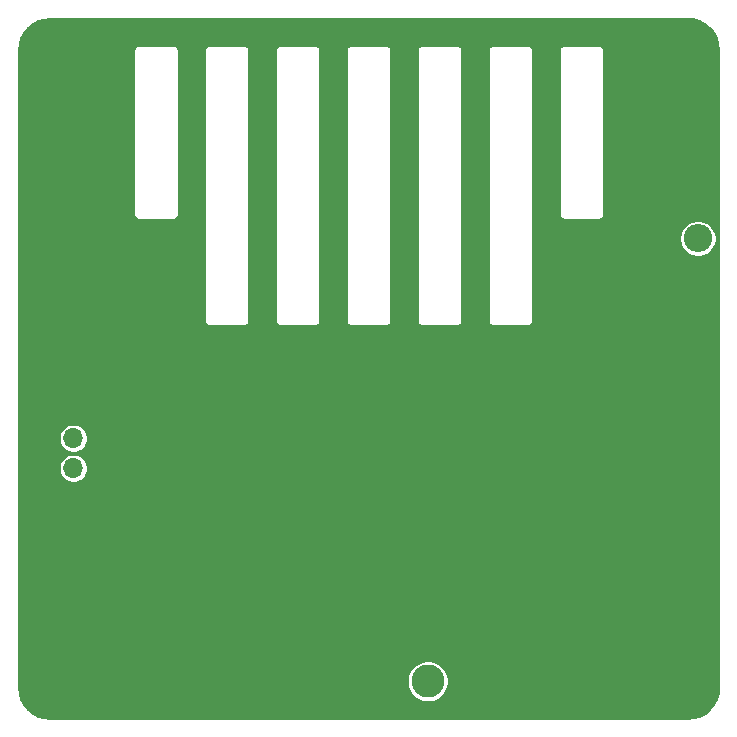
<source format=gbr>
%TF.GenerationSoftware,KiCad,Pcbnew,(5.1.6)-1*%
%TF.CreationDate,2022-02-05T23:25:30+08:00*%
%TF.ProjectId,brake_board,6272616b-655f-4626-9f61-72642e6b6963,rev?*%
%TF.SameCoordinates,Original*%
%TF.FileFunction,Copper,L2,Bot*%
%TF.FilePolarity,Positive*%
%FSLAX46Y46*%
G04 Gerber Fmt 4.6, Leading zero omitted, Abs format (unit mm)*
G04 Created by KiCad (PCBNEW (5.1.6)-1) date 2022-02-05 23:25:30*
%MOMM*%
%LPD*%
G01*
G04 APERTURE LIST*
%TA.AperFunction,ComponentPad*%
%ADD10C,2.800000*%
%TD*%
%TA.AperFunction,ComponentPad*%
%ADD11C,2.400000*%
%TD*%
%TA.AperFunction,ComponentPad*%
%ADD12O,2.400000X2.400000*%
%TD*%
%TA.AperFunction,ComponentPad*%
%ADD13R,1.700000X1.700000*%
%TD*%
%TA.AperFunction,ComponentPad*%
%ADD14O,1.700000X1.700000*%
%TD*%
%TA.AperFunction,ComponentPad*%
%ADD15C,6.400000*%
%TD*%
%TA.AperFunction,ComponentPad*%
%ADD16C,0.800000*%
%TD*%
%TA.AperFunction,ViaPad*%
%ADD17C,0.800000*%
%TD*%
%TA.AperFunction,Conductor*%
%ADD18C,0.254000*%
%TD*%
%ADD19C,0.350000*%
G04 APERTURE END LIST*
D10*
%TO.P,POS1,1*%
%TO.N,VBUS*%
X35000000Y3506000D03*
%TD*%
%TO.P,NEG1,1*%
%TO.N,GND*%
X25000000Y3506000D03*
%TD*%
D11*
%TO.P,R6,1*%
%TO.N,GND*%
X2000000Y41000000D03*
D12*
%TO.P,R6,2*%
%TO.N,Net-(C7-Pad2)*%
X57880000Y41000000D03*
%TD*%
D13*
%TO.P,J1,1*%
%TO.N,GND*%
X5000000Y19000000D03*
D14*
%TO.P,J1,2*%
%TO.N,+9V*%
X5000000Y21540000D03*
%TO.P,J1,3*%
%TO.N,Net-(J1-Pad3)*%
X5000000Y24080000D03*
%TD*%
D15*
%TO.P,H4,1*%
%TO.N,GND*%
X5000000Y55000000D03*
D16*
X7400000Y55000000D03*
X6697056Y53302944D03*
X5000000Y52600000D03*
X3302944Y53302944D03*
X2600000Y55000000D03*
X3302944Y56697056D03*
X5000000Y57400000D03*
X6697056Y56697056D03*
%TD*%
D15*
%TO.P,H3,1*%
%TO.N,GND*%
X55000000Y55000000D03*
D16*
X57400000Y55000000D03*
X56697056Y53302944D03*
X55000000Y52600000D03*
X53302944Y53302944D03*
X52600000Y55000000D03*
X53302944Y56697056D03*
X55000000Y57400000D03*
X56697056Y56697056D03*
%TD*%
D15*
%TO.P,H2,1*%
%TO.N,GND*%
X5000000Y5000000D03*
D16*
X7400000Y5000000D03*
X6697056Y3302944D03*
X5000000Y2600000D03*
X3302944Y3302944D03*
X2600000Y5000000D03*
X3302944Y6697056D03*
X5000000Y7400000D03*
X6697056Y6697056D03*
%TD*%
D15*
%TO.P,H1,1*%
%TO.N,GND*%
X55000000Y5000000D03*
D16*
X57400000Y5000000D03*
X56697056Y3302944D03*
X55000000Y2600000D03*
X53302944Y3302944D03*
X52600000Y5000000D03*
X53302944Y6697056D03*
X55000000Y7400000D03*
X56697056Y6697056D03*
%TD*%
D17*
%TO.N,GND*%
X40259000Y29845000D03*
X40259000Y28956000D03*
X40259000Y27051000D03*
X41402000Y28575000D03*
X41402000Y29591000D03*
X40259000Y27940000D03*
X41402000Y27559000D03*
X27686000Y11811000D03*
X26797000Y11811000D03*
X24003000Y10795000D03*
X24003000Y9906000D03*
X15875000Y10668000D03*
X15875000Y9525000D03*
X33528000Y10922000D03*
X33528000Y9652000D03*
X32131000Y10922000D03*
X32131000Y9652000D03*
X46990000Y22860000D03*
X46990000Y21590000D03*
X46990000Y20320000D03*
X46990000Y19050000D03*
X45720000Y19050000D03*
X45720000Y20320000D03*
X45720000Y21590000D03*
X45720000Y22860000D03*
X58420000Y22860000D03*
X58420000Y21590000D03*
X58420000Y20320000D03*
X58420000Y19050000D03*
X32004000Y19304000D03*
X32004000Y18288000D03*
X33528000Y18288000D03*
X33528000Y19304000D03*
X17780000Y21336000D03*
X17780000Y20320000D03*
X17780000Y19304000D03*
X16256000Y13716000D03*
X16256000Y12700000D03*
X58420000Y17780000D03*
X58420000Y16510000D03*
X58420000Y15240000D03*
X26797000Y24130000D03*
X25654000Y24130000D03*
%TD*%
D18*
%TO.N,GND*%
G36*
X57503463Y59542688D02*
G01*
X57987756Y59396471D01*
X58434422Y59158975D01*
X58826450Y58839245D01*
X59148907Y58449461D01*
X59389518Y58004460D01*
X59539111Y57521204D01*
X59594001Y56998965D01*
X59594001Y56998872D01*
X59594000Y3019854D01*
X59542688Y2496536D01*
X59396472Y2012244D01*
X59158975Y1565578D01*
X58839245Y1173550D01*
X58449458Y851090D01*
X58004460Y610482D01*
X57521205Y460889D01*
X56998971Y406000D01*
X3019854Y406000D01*
X2496536Y457312D01*
X2012244Y603528D01*
X1565578Y841025D01*
X1173550Y1160755D01*
X851090Y1550542D01*
X610482Y1995540D01*
X460889Y2478795D01*
X406000Y3001029D01*
X406000Y3681413D01*
X33219000Y3681413D01*
X33219000Y3330587D01*
X33287443Y2986502D01*
X33421699Y2662380D01*
X33616607Y2370679D01*
X33864679Y2122607D01*
X34156380Y1927699D01*
X34480502Y1793443D01*
X34824587Y1725000D01*
X35175413Y1725000D01*
X35519498Y1793443D01*
X35843620Y1927699D01*
X36135321Y2122607D01*
X36383393Y2370679D01*
X36578301Y2662380D01*
X36712557Y2986502D01*
X36781000Y3330587D01*
X36781000Y3681413D01*
X36712557Y4025498D01*
X36578301Y4349620D01*
X36383393Y4641321D01*
X36135321Y4889393D01*
X35843620Y5084301D01*
X35519498Y5218557D01*
X35175413Y5287000D01*
X34824587Y5287000D01*
X34480502Y5218557D01*
X34156380Y5084301D01*
X33864679Y4889393D01*
X33616607Y4641321D01*
X33421699Y4349620D01*
X33287443Y4025498D01*
X33219000Y3681413D01*
X406000Y3681413D01*
X406000Y21661243D01*
X3769000Y21661243D01*
X3769000Y21418757D01*
X3816307Y21180931D01*
X3909102Y20956903D01*
X4043820Y20755283D01*
X4215283Y20583820D01*
X4416903Y20449102D01*
X4640931Y20356307D01*
X4878757Y20309000D01*
X5121243Y20309000D01*
X5359069Y20356307D01*
X5583097Y20449102D01*
X5784717Y20583820D01*
X5956180Y20755283D01*
X6090898Y20956903D01*
X6183693Y21180931D01*
X6231000Y21418757D01*
X6231000Y21661243D01*
X6183693Y21899069D01*
X6090898Y22123097D01*
X5956180Y22324717D01*
X5784717Y22496180D01*
X5583097Y22630898D01*
X5359069Y22723693D01*
X5121243Y22771000D01*
X4878757Y22771000D01*
X4640931Y22723693D01*
X4416903Y22630898D01*
X4215283Y22496180D01*
X4043820Y22324717D01*
X3909102Y22123097D01*
X3816307Y21899069D01*
X3769000Y21661243D01*
X406000Y21661243D01*
X406000Y24201243D01*
X3769000Y24201243D01*
X3769000Y23958757D01*
X3816307Y23720931D01*
X3909102Y23496903D01*
X4043820Y23295283D01*
X4215283Y23123820D01*
X4416903Y22989102D01*
X4640931Y22896307D01*
X4878757Y22849000D01*
X5121243Y22849000D01*
X5359069Y22896307D01*
X5583097Y22989102D01*
X5784717Y23123820D01*
X5956180Y23295283D01*
X6090898Y23496903D01*
X6183693Y23720931D01*
X6231000Y23958757D01*
X6231000Y24201243D01*
X6183693Y24439069D01*
X6090898Y24663097D01*
X5956180Y24864717D01*
X5784717Y25036180D01*
X5583097Y25170898D01*
X5359069Y25263693D01*
X5121243Y25311000D01*
X4878757Y25311000D01*
X4640931Y25263693D01*
X4416903Y25170898D01*
X4215283Y25036180D01*
X4043820Y24864717D01*
X3909102Y24663097D01*
X3816307Y24439069D01*
X3769000Y24201243D01*
X406000Y24201243D01*
X406000Y56980146D01*
X407946Y57000000D01*
X10092036Y57000000D01*
X10094001Y56980049D01*
X10094000Y43019941D01*
X10092036Y43000000D01*
X10099875Y42920410D01*
X10123090Y42843879D01*
X10160790Y42773347D01*
X10211526Y42711526D01*
X10273347Y42660790D01*
X10343879Y42623090D01*
X10420410Y42599875D01*
X10500000Y42592036D01*
X10519940Y42594000D01*
X13480060Y42594000D01*
X13500000Y42592036D01*
X13579590Y42599875D01*
X13656121Y42623090D01*
X13726653Y42660790D01*
X13788474Y42711526D01*
X13839210Y42773347D01*
X13876910Y42843879D01*
X13900125Y42920410D01*
X13906000Y42980059D01*
X13906000Y42980060D01*
X13907964Y43000000D01*
X13906000Y43019941D01*
X13906000Y56980059D01*
X13907964Y57000000D01*
X16092036Y57000000D01*
X16094001Y56980049D01*
X16094000Y34019941D01*
X16092036Y34000000D01*
X16099875Y33920410D01*
X16123090Y33843879D01*
X16160790Y33773347D01*
X16211526Y33711526D01*
X16273347Y33660790D01*
X16343879Y33623090D01*
X16420410Y33599875D01*
X16500000Y33592036D01*
X16519940Y33594000D01*
X19480060Y33594000D01*
X19500000Y33592036D01*
X19579590Y33599875D01*
X19656121Y33623090D01*
X19726653Y33660790D01*
X19788474Y33711526D01*
X19839210Y33773347D01*
X19876910Y33843879D01*
X19900125Y33920410D01*
X19906000Y33980059D01*
X19906000Y33980060D01*
X19907964Y34000000D01*
X19906000Y34019941D01*
X19906000Y56980059D01*
X19907964Y57000000D01*
X22092036Y57000000D01*
X22094001Y56980049D01*
X22094000Y34019941D01*
X22092036Y34000000D01*
X22099875Y33920410D01*
X22123090Y33843879D01*
X22160790Y33773347D01*
X22211526Y33711526D01*
X22273347Y33660790D01*
X22343879Y33623090D01*
X22420410Y33599875D01*
X22500000Y33592036D01*
X22519940Y33594000D01*
X25480060Y33594000D01*
X25500000Y33592036D01*
X25579590Y33599875D01*
X25656121Y33623090D01*
X25726653Y33660790D01*
X25788474Y33711526D01*
X25839210Y33773347D01*
X25876910Y33843879D01*
X25900125Y33920410D01*
X25906000Y33980059D01*
X25906000Y33980060D01*
X25907964Y34000000D01*
X25906000Y34019941D01*
X25906000Y56980059D01*
X25907964Y57000000D01*
X28092036Y57000000D01*
X28094001Y56980049D01*
X28094000Y34019941D01*
X28092036Y34000000D01*
X28099875Y33920410D01*
X28123090Y33843879D01*
X28160790Y33773347D01*
X28211526Y33711526D01*
X28273347Y33660790D01*
X28343879Y33623090D01*
X28420410Y33599875D01*
X28500000Y33592036D01*
X28519940Y33594000D01*
X31480060Y33594000D01*
X31500000Y33592036D01*
X31579590Y33599875D01*
X31656121Y33623090D01*
X31726653Y33660790D01*
X31788474Y33711526D01*
X31839210Y33773347D01*
X31876910Y33843879D01*
X31900125Y33920410D01*
X31906000Y33980059D01*
X31906000Y33980060D01*
X31907964Y34000000D01*
X31906000Y34019941D01*
X31906000Y56980059D01*
X31907964Y57000000D01*
X34092036Y57000000D01*
X34094001Y56980049D01*
X34094000Y34019941D01*
X34092036Y34000000D01*
X34099875Y33920410D01*
X34123090Y33843879D01*
X34160790Y33773347D01*
X34211526Y33711526D01*
X34273347Y33660790D01*
X34343879Y33623090D01*
X34420410Y33599875D01*
X34500000Y33592036D01*
X34519940Y33594000D01*
X37480060Y33594000D01*
X37500000Y33592036D01*
X37579590Y33599875D01*
X37656121Y33623090D01*
X37726653Y33660790D01*
X37788474Y33711526D01*
X37839210Y33773347D01*
X37876910Y33843879D01*
X37900125Y33920410D01*
X37906000Y33980059D01*
X37906000Y33980060D01*
X37907964Y34000000D01*
X37906000Y34019941D01*
X37906000Y56980059D01*
X37907964Y57000000D01*
X40092036Y57000000D01*
X40094001Y56980049D01*
X40094000Y34019941D01*
X40092036Y34000000D01*
X40099875Y33920410D01*
X40123090Y33843879D01*
X40160790Y33773347D01*
X40211526Y33711526D01*
X40273347Y33660790D01*
X40343879Y33623090D01*
X40420410Y33599875D01*
X40500000Y33592036D01*
X40519940Y33594000D01*
X43480060Y33594000D01*
X43500000Y33592036D01*
X43579590Y33599875D01*
X43656121Y33623090D01*
X43726653Y33660790D01*
X43788474Y33711526D01*
X43839210Y33773347D01*
X43876910Y33843879D01*
X43900125Y33920410D01*
X43906000Y33980059D01*
X43906000Y33980060D01*
X43907964Y34000000D01*
X43906000Y34019941D01*
X43906000Y41155715D01*
X56299000Y41155715D01*
X56299000Y40844285D01*
X56359757Y40538839D01*
X56478936Y40251116D01*
X56651957Y39992171D01*
X56872171Y39771957D01*
X57131116Y39598936D01*
X57418839Y39479757D01*
X57724285Y39419000D01*
X58035715Y39419000D01*
X58341161Y39479757D01*
X58628884Y39598936D01*
X58887829Y39771957D01*
X59108043Y39992171D01*
X59281064Y40251116D01*
X59400243Y40538839D01*
X59461000Y40844285D01*
X59461000Y41155715D01*
X59400243Y41461161D01*
X59281064Y41748884D01*
X59108043Y42007829D01*
X58887829Y42228043D01*
X58628884Y42401064D01*
X58341161Y42520243D01*
X58035715Y42581000D01*
X57724285Y42581000D01*
X57418839Y42520243D01*
X57131116Y42401064D01*
X56872171Y42228043D01*
X56651957Y42007829D01*
X56478936Y41748884D01*
X56359757Y41461161D01*
X56299000Y41155715D01*
X43906000Y41155715D01*
X43906000Y56980059D01*
X43907964Y57000000D01*
X46092036Y57000000D01*
X46094001Y56980049D01*
X46094000Y43019941D01*
X46092036Y43000000D01*
X46099875Y42920410D01*
X46123090Y42843879D01*
X46160790Y42773347D01*
X46211526Y42711526D01*
X46273347Y42660790D01*
X46343879Y42623090D01*
X46420410Y42599875D01*
X46500000Y42592036D01*
X46519940Y42594000D01*
X49480060Y42594000D01*
X49500000Y42592036D01*
X49579590Y42599875D01*
X49656121Y42623090D01*
X49726653Y42660790D01*
X49788474Y42711526D01*
X49839210Y42773347D01*
X49876910Y42843879D01*
X49900125Y42920410D01*
X49906000Y42980059D01*
X49906000Y42980060D01*
X49907964Y43000000D01*
X49906000Y43019941D01*
X49906000Y56980059D01*
X49907964Y57000000D01*
X49900125Y57079590D01*
X49876910Y57156121D01*
X49839210Y57226653D01*
X49788474Y57288474D01*
X49726653Y57339210D01*
X49656121Y57376910D01*
X49579590Y57400125D01*
X49519941Y57406000D01*
X49519940Y57406000D01*
X49500000Y57407964D01*
X49480059Y57406000D01*
X46519941Y57406000D01*
X46500000Y57407964D01*
X46480060Y57406000D01*
X46480059Y57406000D01*
X46420410Y57400125D01*
X46343879Y57376910D01*
X46273347Y57339210D01*
X46211526Y57288474D01*
X46160790Y57226653D01*
X46123090Y57156121D01*
X46099875Y57079590D01*
X46092036Y57000000D01*
X43907964Y57000000D01*
X43900125Y57079590D01*
X43876910Y57156121D01*
X43839210Y57226653D01*
X43788474Y57288474D01*
X43726653Y57339210D01*
X43656121Y57376910D01*
X43579590Y57400125D01*
X43519941Y57406000D01*
X43519940Y57406000D01*
X43500000Y57407964D01*
X43480059Y57406000D01*
X40519941Y57406000D01*
X40500000Y57407964D01*
X40480060Y57406000D01*
X40480059Y57406000D01*
X40420410Y57400125D01*
X40343879Y57376910D01*
X40273347Y57339210D01*
X40211526Y57288474D01*
X40160790Y57226653D01*
X40123090Y57156121D01*
X40099875Y57079590D01*
X40092036Y57000000D01*
X37907964Y57000000D01*
X37900125Y57079590D01*
X37876910Y57156121D01*
X37839210Y57226653D01*
X37788474Y57288474D01*
X37726653Y57339210D01*
X37656121Y57376910D01*
X37579590Y57400125D01*
X37519941Y57406000D01*
X37519940Y57406000D01*
X37500000Y57407964D01*
X37480059Y57406000D01*
X34519941Y57406000D01*
X34500000Y57407964D01*
X34480060Y57406000D01*
X34480059Y57406000D01*
X34420410Y57400125D01*
X34343879Y57376910D01*
X34273347Y57339210D01*
X34211526Y57288474D01*
X34160790Y57226653D01*
X34123090Y57156121D01*
X34099875Y57079590D01*
X34092036Y57000000D01*
X31907964Y57000000D01*
X31900125Y57079590D01*
X31876910Y57156121D01*
X31839210Y57226653D01*
X31788474Y57288474D01*
X31726653Y57339210D01*
X31656121Y57376910D01*
X31579590Y57400125D01*
X31519941Y57406000D01*
X31519940Y57406000D01*
X31500000Y57407964D01*
X31480059Y57406000D01*
X28519941Y57406000D01*
X28500000Y57407964D01*
X28480060Y57406000D01*
X28480059Y57406000D01*
X28420410Y57400125D01*
X28343879Y57376910D01*
X28273347Y57339210D01*
X28211526Y57288474D01*
X28160790Y57226653D01*
X28123090Y57156121D01*
X28099875Y57079590D01*
X28092036Y57000000D01*
X25907964Y57000000D01*
X25900125Y57079590D01*
X25876910Y57156121D01*
X25839210Y57226653D01*
X25788474Y57288474D01*
X25726653Y57339210D01*
X25656121Y57376910D01*
X25579590Y57400125D01*
X25519941Y57406000D01*
X25519940Y57406000D01*
X25500000Y57407964D01*
X25480059Y57406000D01*
X22519941Y57406000D01*
X22500000Y57407964D01*
X22480060Y57406000D01*
X22480059Y57406000D01*
X22420410Y57400125D01*
X22343879Y57376910D01*
X22273347Y57339210D01*
X22211526Y57288474D01*
X22160790Y57226653D01*
X22123090Y57156121D01*
X22099875Y57079590D01*
X22092036Y57000000D01*
X19907964Y57000000D01*
X19900125Y57079590D01*
X19876910Y57156121D01*
X19839210Y57226653D01*
X19788474Y57288474D01*
X19726653Y57339210D01*
X19656121Y57376910D01*
X19579590Y57400125D01*
X19519941Y57406000D01*
X19519940Y57406000D01*
X19500000Y57407964D01*
X19480059Y57406000D01*
X16519941Y57406000D01*
X16500000Y57407964D01*
X16480060Y57406000D01*
X16480059Y57406000D01*
X16420410Y57400125D01*
X16343879Y57376910D01*
X16273347Y57339210D01*
X16211526Y57288474D01*
X16160790Y57226653D01*
X16123090Y57156121D01*
X16099875Y57079590D01*
X16092036Y57000000D01*
X13907964Y57000000D01*
X13900125Y57079590D01*
X13876910Y57156121D01*
X13839210Y57226653D01*
X13788474Y57288474D01*
X13726653Y57339210D01*
X13656121Y57376910D01*
X13579590Y57400125D01*
X13519941Y57406000D01*
X13519940Y57406000D01*
X13500000Y57407964D01*
X13480059Y57406000D01*
X10519941Y57406000D01*
X10500000Y57407964D01*
X10480060Y57406000D01*
X10480059Y57406000D01*
X10420410Y57400125D01*
X10343879Y57376910D01*
X10273347Y57339210D01*
X10211526Y57288474D01*
X10160790Y57226653D01*
X10123090Y57156121D01*
X10099875Y57079590D01*
X10092036Y57000000D01*
X407946Y57000000D01*
X457312Y57503463D01*
X603529Y57987756D01*
X841025Y58434422D01*
X1160755Y58826450D01*
X1550539Y59148907D01*
X1995540Y59389518D01*
X2478796Y59539111D01*
X3001029Y59594000D01*
X56980146Y59594000D01*
X57503463Y59542688D01*
G37*
X57503463Y59542688D02*
X57987756Y59396471D01*
X58434422Y59158975D01*
X58826450Y58839245D01*
X59148907Y58449461D01*
X59389518Y58004460D01*
X59539111Y57521204D01*
X59594001Y56998965D01*
X59594001Y56998872D01*
X59594000Y3019854D01*
X59542688Y2496536D01*
X59396472Y2012244D01*
X59158975Y1565578D01*
X58839245Y1173550D01*
X58449458Y851090D01*
X58004460Y610482D01*
X57521205Y460889D01*
X56998971Y406000D01*
X3019854Y406000D01*
X2496536Y457312D01*
X2012244Y603528D01*
X1565578Y841025D01*
X1173550Y1160755D01*
X851090Y1550542D01*
X610482Y1995540D01*
X460889Y2478795D01*
X406000Y3001029D01*
X406000Y3681413D01*
X33219000Y3681413D01*
X33219000Y3330587D01*
X33287443Y2986502D01*
X33421699Y2662380D01*
X33616607Y2370679D01*
X33864679Y2122607D01*
X34156380Y1927699D01*
X34480502Y1793443D01*
X34824587Y1725000D01*
X35175413Y1725000D01*
X35519498Y1793443D01*
X35843620Y1927699D01*
X36135321Y2122607D01*
X36383393Y2370679D01*
X36578301Y2662380D01*
X36712557Y2986502D01*
X36781000Y3330587D01*
X36781000Y3681413D01*
X36712557Y4025498D01*
X36578301Y4349620D01*
X36383393Y4641321D01*
X36135321Y4889393D01*
X35843620Y5084301D01*
X35519498Y5218557D01*
X35175413Y5287000D01*
X34824587Y5287000D01*
X34480502Y5218557D01*
X34156380Y5084301D01*
X33864679Y4889393D01*
X33616607Y4641321D01*
X33421699Y4349620D01*
X33287443Y4025498D01*
X33219000Y3681413D01*
X406000Y3681413D01*
X406000Y21661243D01*
X3769000Y21661243D01*
X3769000Y21418757D01*
X3816307Y21180931D01*
X3909102Y20956903D01*
X4043820Y20755283D01*
X4215283Y20583820D01*
X4416903Y20449102D01*
X4640931Y20356307D01*
X4878757Y20309000D01*
X5121243Y20309000D01*
X5359069Y20356307D01*
X5583097Y20449102D01*
X5784717Y20583820D01*
X5956180Y20755283D01*
X6090898Y20956903D01*
X6183693Y21180931D01*
X6231000Y21418757D01*
X6231000Y21661243D01*
X6183693Y21899069D01*
X6090898Y22123097D01*
X5956180Y22324717D01*
X5784717Y22496180D01*
X5583097Y22630898D01*
X5359069Y22723693D01*
X5121243Y22771000D01*
X4878757Y22771000D01*
X4640931Y22723693D01*
X4416903Y22630898D01*
X4215283Y22496180D01*
X4043820Y22324717D01*
X3909102Y22123097D01*
X3816307Y21899069D01*
X3769000Y21661243D01*
X406000Y21661243D01*
X406000Y24201243D01*
X3769000Y24201243D01*
X3769000Y23958757D01*
X3816307Y23720931D01*
X3909102Y23496903D01*
X4043820Y23295283D01*
X4215283Y23123820D01*
X4416903Y22989102D01*
X4640931Y22896307D01*
X4878757Y22849000D01*
X5121243Y22849000D01*
X5359069Y22896307D01*
X5583097Y22989102D01*
X5784717Y23123820D01*
X5956180Y23295283D01*
X6090898Y23496903D01*
X6183693Y23720931D01*
X6231000Y23958757D01*
X6231000Y24201243D01*
X6183693Y24439069D01*
X6090898Y24663097D01*
X5956180Y24864717D01*
X5784717Y25036180D01*
X5583097Y25170898D01*
X5359069Y25263693D01*
X5121243Y25311000D01*
X4878757Y25311000D01*
X4640931Y25263693D01*
X4416903Y25170898D01*
X4215283Y25036180D01*
X4043820Y24864717D01*
X3909102Y24663097D01*
X3816307Y24439069D01*
X3769000Y24201243D01*
X406000Y24201243D01*
X406000Y56980146D01*
X407946Y57000000D01*
X10092036Y57000000D01*
X10094001Y56980049D01*
X10094000Y43019941D01*
X10092036Y43000000D01*
X10099875Y42920410D01*
X10123090Y42843879D01*
X10160790Y42773347D01*
X10211526Y42711526D01*
X10273347Y42660790D01*
X10343879Y42623090D01*
X10420410Y42599875D01*
X10500000Y42592036D01*
X10519940Y42594000D01*
X13480060Y42594000D01*
X13500000Y42592036D01*
X13579590Y42599875D01*
X13656121Y42623090D01*
X13726653Y42660790D01*
X13788474Y42711526D01*
X13839210Y42773347D01*
X13876910Y42843879D01*
X13900125Y42920410D01*
X13906000Y42980059D01*
X13906000Y42980060D01*
X13907964Y43000000D01*
X13906000Y43019941D01*
X13906000Y56980059D01*
X13907964Y57000000D01*
X16092036Y57000000D01*
X16094001Y56980049D01*
X16094000Y34019941D01*
X16092036Y34000000D01*
X16099875Y33920410D01*
X16123090Y33843879D01*
X16160790Y33773347D01*
X16211526Y33711526D01*
X16273347Y33660790D01*
X16343879Y33623090D01*
X16420410Y33599875D01*
X16500000Y33592036D01*
X16519940Y33594000D01*
X19480060Y33594000D01*
X19500000Y33592036D01*
X19579590Y33599875D01*
X19656121Y33623090D01*
X19726653Y33660790D01*
X19788474Y33711526D01*
X19839210Y33773347D01*
X19876910Y33843879D01*
X19900125Y33920410D01*
X19906000Y33980059D01*
X19906000Y33980060D01*
X19907964Y34000000D01*
X19906000Y34019941D01*
X19906000Y56980059D01*
X19907964Y57000000D01*
X22092036Y57000000D01*
X22094001Y56980049D01*
X22094000Y34019941D01*
X22092036Y34000000D01*
X22099875Y33920410D01*
X22123090Y33843879D01*
X22160790Y33773347D01*
X22211526Y33711526D01*
X22273347Y33660790D01*
X22343879Y33623090D01*
X22420410Y33599875D01*
X22500000Y33592036D01*
X22519940Y33594000D01*
X25480060Y33594000D01*
X25500000Y33592036D01*
X25579590Y33599875D01*
X25656121Y33623090D01*
X25726653Y33660790D01*
X25788474Y33711526D01*
X25839210Y33773347D01*
X25876910Y33843879D01*
X25900125Y33920410D01*
X25906000Y33980059D01*
X25906000Y33980060D01*
X25907964Y34000000D01*
X25906000Y34019941D01*
X25906000Y56980059D01*
X25907964Y57000000D01*
X28092036Y57000000D01*
X28094001Y56980049D01*
X28094000Y34019941D01*
X28092036Y34000000D01*
X28099875Y33920410D01*
X28123090Y33843879D01*
X28160790Y33773347D01*
X28211526Y33711526D01*
X28273347Y33660790D01*
X28343879Y33623090D01*
X28420410Y33599875D01*
X28500000Y33592036D01*
X28519940Y33594000D01*
X31480060Y33594000D01*
X31500000Y33592036D01*
X31579590Y33599875D01*
X31656121Y33623090D01*
X31726653Y33660790D01*
X31788474Y33711526D01*
X31839210Y33773347D01*
X31876910Y33843879D01*
X31900125Y33920410D01*
X31906000Y33980059D01*
X31906000Y33980060D01*
X31907964Y34000000D01*
X31906000Y34019941D01*
X31906000Y56980059D01*
X31907964Y57000000D01*
X34092036Y57000000D01*
X34094001Y56980049D01*
X34094000Y34019941D01*
X34092036Y34000000D01*
X34099875Y33920410D01*
X34123090Y33843879D01*
X34160790Y33773347D01*
X34211526Y33711526D01*
X34273347Y33660790D01*
X34343879Y33623090D01*
X34420410Y33599875D01*
X34500000Y33592036D01*
X34519940Y33594000D01*
X37480060Y33594000D01*
X37500000Y33592036D01*
X37579590Y33599875D01*
X37656121Y33623090D01*
X37726653Y33660790D01*
X37788474Y33711526D01*
X37839210Y33773347D01*
X37876910Y33843879D01*
X37900125Y33920410D01*
X37906000Y33980059D01*
X37906000Y33980060D01*
X37907964Y34000000D01*
X37906000Y34019941D01*
X37906000Y56980059D01*
X37907964Y57000000D01*
X40092036Y57000000D01*
X40094001Y56980049D01*
X40094000Y34019941D01*
X40092036Y34000000D01*
X40099875Y33920410D01*
X40123090Y33843879D01*
X40160790Y33773347D01*
X40211526Y33711526D01*
X40273347Y33660790D01*
X40343879Y33623090D01*
X40420410Y33599875D01*
X40500000Y33592036D01*
X40519940Y33594000D01*
X43480060Y33594000D01*
X43500000Y33592036D01*
X43579590Y33599875D01*
X43656121Y33623090D01*
X43726653Y33660790D01*
X43788474Y33711526D01*
X43839210Y33773347D01*
X43876910Y33843879D01*
X43900125Y33920410D01*
X43906000Y33980059D01*
X43906000Y33980060D01*
X43907964Y34000000D01*
X43906000Y34019941D01*
X43906000Y41155715D01*
X56299000Y41155715D01*
X56299000Y40844285D01*
X56359757Y40538839D01*
X56478936Y40251116D01*
X56651957Y39992171D01*
X56872171Y39771957D01*
X57131116Y39598936D01*
X57418839Y39479757D01*
X57724285Y39419000D01*
X58035715Y39419000D01*
X58341161Y39479757D01*
X58628884Y39598936D01*
X58887829Y39771957D01*
X59108043Y39992171D01*
X59281064Y40251116D01*
X59400243Y40538839D01*
X59461000Y40844285D01*
X59461000Y41155715D01*
X59400243Y41461161D01*
X59281064Y41748884D01*
X59108043Y42007829D01*
X58887829Y42228043D01*
X58628884Y42401064D01*
X58341161Y42520243D01*
X58035715Y42581000D01*
X57724285Y42581000D01*
X57418839Y42520243D01*
X57131116Y42401064D01*
X56872171Y42228043D01*
X56651957Y42007829D01*
X56478936Y41748884D01*
X56359757Y41461161D01*
X56299000Y41155715D01*
X43906000Y41155715D01*
X43906000Y56980059D01*
X43907964Y57000000D01*
X46092036Y57000000D01*
X46094001Y56980049D01*
X46094000Y43019941D01*
X46092036Y43000000D01*
X46099875Y42920410D01*
X46123090Y42843879D01*
X46160790Y42773347D01*
X46211526Y42711526D01*
X46273347Y42660790D01*
X46343879Y42623090D01*
X46420410Y42599875D01*
X46500000Y42592036D01*
X46519940Y42594000D01*
X49480060Y42594000D01*
X49500000Y42592036D01*
X49579590Y42599875D01*
X49656121Y42623090D01*
X49726653Y42660790D01*
X49788474Y42711526D01*
X49839210Y42773347D01*
X49876910Y42843879D01*
X49900125Y42920410D01*
X49906000Y42980059D01*
X49906000Y42980060D01*
X49907964Y43000000D01*
X49906000Y43019941D01*
X49906000Y56980059D01*
X49907964Y57000000D01*
X49900125Y57079590D01*
X49876910Y57156121D01*
X49839210Y57226653D01*
X49788474Y57288474D01*
X49726653Y57339210D01*
X49656121Y57376910D01*
X49579590Y57400125D01*
X49519941Y57406000D01*
X49519940Y57406000D01*
X49500000Y57407964D01*
X49480059Y57406000D01*
X46519941Y57406000D01*
X46500000Y57407964D01*
X46480060Y57406000D01*
X46480059Y57406000D01*
X46420410Y57400125D01*
X46343879Y57376910D01*
X46273347Y57339210D01*
X46211526Y57288474D01*
X46160790Y57226653D01*
X46123090Y57156121D01*
X46099875Y57079590D01*
X46092036Y57000000D01*
X43907964Y57000000D01*
X43900125Y57079590D01*
X43876910Y57156121D01*
X43839210Y57226653D01*
X43788474Y57288474D01*
X43726653Y57339210D01*
X43656121Y57376910D01*
X43579590Y57400125D01*
X43519941Y57406000D01*
X43519940Y57406000D01*
X43500000Y57407964D01*
X43480059Y57406000D01*
X40519941Y57406000D01*
X40500000Y57407964D01*
X40480060Y57406000D01*
X40480059Y57406000D01*
X40420410Y57400125D01*
X40343879Y57376910D01*
X40273347Y57339210D01*
X40211526Y57288474D01*
X40160790Y57226653D01*
X40123090Y57156121D01*
X40099875Y57079590D01*
X40092036Y57000000D01*
X37907964Y57000000D01*
X37900125Y57079590D01*
X37876910Y57156121D01*
X37839210Y57226653D01*
X37788474Y57288474D01*
X37726653Y57339210D01*
X37656121Y57376910D01*
X37579590Y57400125D01*
X37519941Y57406000D01*
X37519940Y57406000D01*
X37500000Y57407964D01*
X37480059Y57406000D01*
X34519941Y57406000D01*
X34500000Y57407964D01*
X34480060Y57406000D01*
X34480059Y57406000D01*
X34420410Y57400125D01*
X34343879Y57376910D01*
X34273347Y57339210D01*
X34211526Y57288474D01*
X34160790Y57226653D01*
X34123090Y57156121D01*
X34099875Y57079590D01*
X34092036Y57000000D01*
X31907964Y57000000D01*
X31900125Y57079590D01*
X31876910Y57156121D01*
X31839210Y57226653D01*
X31788474Y57288474D01*
X31726653Y57339210D01*
X31656121Y57376910D01*
X31579590Y57400125D01*
X31519941Y57406000D01*
X31519940Y57406000D01*
X31500000Y57407964D01*
X31480059Y57406000D01*
X28519941Y57406000D01*
X28500000Y57407964D01*
X28480060Y57406000D01*
X28480059Y57406000D01*
X28420410Y57400125D01*
X28343879Y57376910D01*
X28273347Y57339210D01*
X28211526Y57288474D01*
X28160790Y57226653D01*
X28123090Y57156121D01*
X28099875Y57079590D01*
X28092036Y57000000D01*
X25907964Y57000000D01*
X25900125Y57079590D01*
X25876910Y57156121D01*
X25839210Y57226653D01*
X25788474Y57288474D01*
X25726653Y57339210D01*
X25656121Y57376910D01*
X25579590Y57400125D01*
X25519941Y57406000D01*
X25519940Y57406000D01*
X25500000Y57407964D01*
X25480059Y57406000D01*
X22519941Y57406000D01*
X22500000Y57407964D01*
X22480060Y57406000D01*
X22480059Y57406000D01*
X22420410Y57400125D01*
X22343879Y57376910D01*
X22273347Y57339210D01*
X22211526Y57288474D01*
X22160790Y57226653D01*
X22123090Y57156121D01*
X22099875Y57079590D01*
X22092036Y57000000D01*
X19907964Y57000000D01*
X19900125Y57079590D01*
X19876910Y57156121D01*
X19839210Y57226653D01*
X19788474Y57288474D01*
X19726653Y57339210D01*
X19656121Y57376910D01*
X19579590Y57400125D01*
X19519941Y57406000D01*
X19519940Y57406000D01*
X19500000Y57407964D01*
X19480059Y57406000D01*
X16519941Y57406000D01*
X16500000Y57407964D01*
X16480060Y57406000D01*
X16480059Y57406000D01*
X16420410Y57400125D01*
X16343879Y57376910D01*
X16273347Y57339210D01*
X16211526Y57288474D01*
X16160790Y57226653D01*
X16123090Y57156121D01*
X16099875Y57079590D01*
X16092036Y57000000D01*
X13907964Y57000000D01*
X13900125Y57079590D01*
X13876910Y57156121D01*
X13839210Y57226653D01*
X13788474Y57288474D01*
X13726653Y57339210D01*
X13656121Y57376910D01*
X13579590Y57400125D01*
X13519941Y57406000D01*
X13519940Y57406000D01*
X13500000Y57407964D01*
X13480059Y57406000D01*
X10519941Y57406000D01*
X10500000Y57407964D01*
X10480060Y57406000D01*
X10480059Y57406000D01*
X10420410Y57400125D01*
X10343879Y57376910D01*
X10273347Y57339210D01*
X10211526Y57288474D01*
X10160790Y57226653D01*
X10123090Y57156121D01*
X10099875Y57079590D01*
X10092036Y57000000D01*
X407946Y57000000D01*
X457312Y57503463D01*
X603529Y57987756D01*
X841025Y58434422D01*
X1160755Y58826450D01*
X1550539Y59148907D01*
X1995540Y59389518D01*
X2478796Y59539111D01*
X3001029Y59594000D01*
X56980146Y59594000D01*
X57503463Y59542688D01*
%TD*%
D19*
X40259000Y29845000D03*
X40259000Y28956000D03*
X40259000Y27051000D03*
X41402000Y28575000D03*
X41402000Y29591000D03*
X40259000Y27940000D03*
X41402000Y27559000D03*
X27686000Y11811000D03*
X26797000Y11811000D03*
X24003000Y10795000D03*
X24003000Y9906000D03*
X15875000Y10668000D03*
X15875000Y9525000D03*
X33528000Y10922000D03*
X33528000Y9652000D03*
X32131000Y10922000D03*
X32131000Y9652000D03*
X46990000Y22860000D03*
X46990000Y21590000D03*
X46990000Y20320000D03*
X46990000Y19050000D03*
X45720000Y19050000D03*
X45720000Y20320000D03*
X45720000Y21590000D03*
X45720000Y22860000D03*
X58420000Y22860000D03*
X58420000Y21590000D03*
X58420000Y20320000D03*
X58420000Y19050000D03*
X32004000Y19304000D03*
X32004000Y18288000D03*
X33528000Y18288000D03*
X33528000Y19304000D03*
X17780000Y21336000D03*
X17780000Y20320000D03*
X17780000Y19304000D03*
X16256000Y13716000D03*
X16256000Y12700000D03*
X58420000Y17780000D03*
X58420000Y16510000D03*
X58420000Y15240000D03*
X26797000Y24130000D03*
X25654000Y24130000D03*
X35000000Y3506000D03*
X25000000Y3506000D03*
X2000000Y41000000D03*
X57880000Y41000000D03*
X5000000Y19000000D03*
X5000000Y21540000D03*
X5000000Y24080000D03*
X5000000Y55000000D03*
X7400000Y55000000D03*
X6697056Y53302944D03*
X5000000Y52600000D03*
X3302944Y53302944D03*
X2600000Y55000000D03*
X3302944Y56697056D03*
X5000000Y57400000D03*
X6697056Y56697056D03*
X55000000Y55000000D03*
X57400000Y55000000D03*
X56697056Y53302944D03*
X55000000Y52600000D03*
X53302944Y53302944D03*
X52600000Y55000000D03*
X53302944Y56697056D03*
X55000000Y57400000D03*
X56697056Y56697056D03*
X5000000Y5000000D03*
X7400000Y5000000D03*
X6697056Y3302944D03*
X5000000Y2600000D03*
X3302944Y3302944D03*
X2600000Y5000000D03*
X3302944Y6697056D03*
X5000000Y7400000D03*
X6697056Y6697056D03*
X55000000Y5000000D03*
X57400000Y5000000D03*
X56697056Y3302944D03*
X55000000Y2600000D03*
X53302944Y3302944D03*
X52600000Y5000000D03*
X53302944Y6697056D03*
X55000000Y7400000D03*
X56697056Y6697056D03*
M02*

</source>
